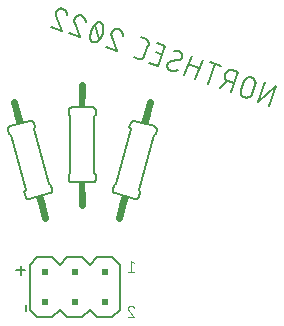
<source format=gbr>
G04 EAGLE Gerber RS-274X export*
G75*
%MOMM*%
%FSLAX34Y34*%
%LPD*%
%INSilkscreen Bottom*%
%IPPOS*%
%AMOC8*
5,1,8,0,0,1.08239X$1,22.5*%
G01*
%ADD10C,0.152400*%
%ADD11C,0.609600*%
%ADD12R,0.609600X0.863600*%
%ADD13R,0.863600X0.609600*%
%ADD14C,0.127000*%
%ADD15R,0.508000X0.508000*%
%ADD16C,0.076200*%


D10*
X367845Y267677D02*
X373926Y284384D01*
X358563Y271055D01*
X364644Y287763D01*
X355972Y285663D02*
X353269Y278238D01*
X355972Y285663D02*
X356018Y285795D01*
X356060Y285928D01*
X356099Y286062D01*
X356133Y286198D01*
X356164Y286334D01*
X356191Y286471D01*
X356214Y286609D01*
X356233Y286748D01*
X356248Y286887D01*
X356259Y287026D01*
X356266Y287166D01*
X356270Y287305D01*
X356269Y287445D01*
X356265Y287585D01*
X356256Y287724D01*
X356243Y287864D01*
X356227Y288002D01*
X356207Y288141D01*
X356182Y288278D01*
X356154Y288415D01*
X356122Y288551D01*
X356086Y288686D01*
X356047Y288821D01*
X356003Y288953D01*
X355956Y289085D01*
X355905Y289215D01*
X355851Y289344D01*
X355792Y289471D01*
X355731Y289596D01*
X355665Y289720D01*
X355597Y289842D01*
X355524Y289961D01*
X355449Y290079D01*
X355370Y290194D01*
X355288Y290308D01*
X355203Y290418D01*
X355114Y290527D01*
X355023Y290633D01*
X354929Y290736D01*
X354832Y290836D01*
X354732Y290934D01*
X354629Y291029D01*
X354524Y291120D01*
X354416Y291209D01*
X354305Y291295D01*
X354192Y291378D01*
X354077Y291457D01*
X353960Y291533D01*
X353841Y291606D01*
X353719Y291675D01*
X353596Y291741D01*
X353471Y291803D01*
X353344Y291862D01*
X353216Y291917D01*
X353086Y291969D01*
X352954Y292017D01*
X352822Y292061D01*
X352688Y292101D01*
X352553Y292137D01*
X352417Y292170D01*
X352280Y292199D01*
X352143Y292224D01*
X352005Y292245D01*
X351866Y292262D01*
X351727Y292275D01*
X351587Y292284D01*
X351447Y292290D01*
X351308Y292291D01*
X351168Y292288D01*
X351028Y292282D01*
X350889Y292271D01*
X350750Y292257D01*
X350611Y292238D01*
X350473Y292216D01*
X350336Y292190D01*
X350200Y292160D01*
X350064Y292126D01*
X349929Y292088D01*
X349796Y292046D01*
X349664Y292001D01*
X349533Y291952D01*
X349403Y291899D01*
X349275Y291843D01*
X349149Y291783D01*
X349025Y291719D01*
X348902Y291652D01*
X348781Y291582D01*
X348663Y291508D01*
X348546Y291431D01*
X348432Y291350D01*
X348320Y291267D01*
X348210Y291180D01*
X348103Y291090D01*
X347999Y290997D01*
X347897Y290902D01*
X347798Y290803D01*
X347701Y290702D01*
X347608Y290598D01*
X347518Y290491D01*
X347430Y290382D01*
X347346Y290270D01*
X347265Y290156D01*
X347188Y290040D01*
X347113Y289922D01*
X347042Y289801D01*
X346975Y289679D01*
X346910Y289555D01*
X346850Y289429D01*
X346793Y289301D01*
X346740Y289172D01*
X346690Y289041D01*
X346690Y289042D02*
X343987Y281616D01*
X343941Y281484D01*
X343899Y281351D01*
X343860Y281217D01*
X343826Y281081D01*
X343795Y280945D01*
X343768Y280808D01*
X343745Y280670D01*
X343726Y280531D01*
X343711Y280392D01*
X343700Y280253D01*
X343693Y280113D01*
X343689Y279974D01*
X343690Y279834D01*
X343694Y279694D01*
X343703Y279555D01*
X343716Y279415D01*
X343732Y279277D01*
X343752Y279138D01*
X343777Y279001D01*
X343805Y278864D01*
X343837Y278728D01*
X343873Y278593D01*
X343912Y278458D01*
X343956Y278326D01*
X344003Y278194D01*
X344054Y278064D01*
X344108Y277935D01*
X344167Y277808D01*
X344228Y277683D01*
X344294Y277559D01*
X344362Y277437D01*
X344435Y277318D01*
X344510Y277200D01*
X344589Y277085D01*
X344671Y276971D01*
X344756Y276861D01*
X344845Y276752D01*
X344936Y276646D01*
X345030Y276543D01*
X345127Y276443D01*
X345227Y276345D01*
X345330Y276250D01*
X345435Y276159D01*
X345543Y276070D01*
X345654Y275984D01*
X345767Y275901D01*
X345882Y275822D01*
X345999Y275746D01*
X346118Y275673D01*
X346240Y275604D01*
X346363Y275538D01*
X346488Y275476D01*
X346615Y275417D01*
X346743Y275362D01*
X346873Y275310D01*
X347005Y275262D01*
X347137Y275218D01*
X347271Y275178D01*
X347406Y275142D01*
X347542Y275109D01*
X347679Y275080D01*
X347816Y275055D01*
X347954Y275034D01*
X348093Y275017D01*
X348232Y275004D01*
X348372Y274995D01*
X348512Y274989D01*
X348651Y274988D01*
X348791Y274991D01*
X348931Y274997D01*
X349070Y275008D01*
X349209Y275022D01*
X349348Y275041D01*
X349486Y275063D01*
X349623Y275089D01*
X349759Y275119D01*
X349895Y275153D01*
X350030Y275191D01*
X350163Y275233D01*
X350295Y275278D01*
X350426Y275327D01*
X350556Y275380D01*
X350684Y275436D01*
X350810Y275496D01*
X350934Y275560D01*
X351057Y275627D01*
X351178Y275697D01*
X351296Y275771D01*
X351413Y275848D01*
X351527Y275929D01*
X351639Y276012D01*
X351749Y276099D01*
X351856Y276189D01*
X351960Y276282D01*
X352062Y276377D01*
X352161Y276476D01*
X352258Y276577D01*
X352351Y276681D01*
X352441Y276788D01*
X352529Y276897D01*
X352613Y277009D01*
X352694Y277123D01*
X352771Y277239D01*
X352846Y277357D01*
X352917Y277478D01*
X352984Y277600D01*
X353049Y277724D01*
X353109Y277850D01*
X353166Y277978D01*
X353219Y278107D01*
X353269Y278238D01*
X335235Y279546D02*
X341316Y296253D01*
X336675Y297943D01*
X336674Y297943D02*
X336542Y297989D01*
X336409Y298031D01*
X336275Y298070D01*
X336139Y298104D01*
X336003Y298135D01*
X335866Y298162D01*
X335728Y298185D01*
X335589Y298204D01*
X335450Y298219D01*
X335311Y298230D01*
X335171Y298237D01*
X335032Y298241D01*
X334892Y298240D01*
X334752Y298236D01*
X334613Y298227D01*
X334473Y298214D01*
X334335Y298198D01*
X334196Y298178D01*
X334059Y298153D01*
X333922Y298125D01*
X333786Y298093D01*
X333651Y298057D01*
X333516Y298018D01*
X333384Y297974D01*
X333252Y297927D01*
X333122Y297876D01*
X332993Y297822D01*
X332866Y297763D01*
X332741Y297702D01*
X332617Y297636D01*
X332495Y297568D01*
X332376Y297495D01*
X332258Y297420D01*
X332143Y297341D01*
X332029Y297259D01*
X331919Y297174D01*
X331810Y297085D01*
X331704Y296994D01*
X331601Y296900D01*
X331501Y296803D01*
X331403Y296703D01*
X331308Y296600D01*
X331217Y296495D01*
X331128Y296387D01*
X331042Y296276D01*
X330959Y296163D01*
X330880Y296048D01*
X330804Y295931D01*
X330731Y295812D01*
X330662Y295690D01*
X330596Y295567D01*
X330534Y295442D01*
X330475Y295315D01*
X330420Y295187D01*
X330368Y295057D01*
X330320Y294925D01*
X330276Y294793D01*
X330236Y294659D01*
X330200Y294524D01*
X330167Y294388D01*
X330138Y294251D01*
X330113Y294114D01*
X330092Y293976D01*
X330075Y293837D01*
X330062Y293698D01*
X330053Y293558D01*
X330047Y293418D01*
X330046Y293279D01*
X330049Y293139D01*
X330055Y292999D01*
X330066Y292860D01*
X330080Y292721D01*
X330099Y292582D01*
X330121Y292444D01*
X330147Y292307D01*
X330177Y292171D01*
X330211Y292035D01*
X330249Y291900D01*
X330291Y291767D01*
X330336Y291635D01*
X330385Y291504D01*
X330438Y291374D01*
X330494Y291246D01*
X330554Y291120D01*
X330618Y290996D01*
X330685Y290873D01*
X330755Y290752D01*
X330829Y290634D01*
X330906Y290517D01*
X330987Y290403D01*
X331070Y290291D01*
X331157Y290181D01*
X331247Y290074D01*
X331340Y289970D01*
X331435Y289868D01*
X331534Y289769D01*
X331635Y289672D01*
X331739Y289579D01*
X331846Y289489D01*
X331955Y289401D01*
X332067Y289317D01*
X332181Y289236D01*
X332297Y289159D01*
X332415Y289084D01*
X332536Y289013D01*
X332658Y288946D01*
X332782Y288881D01*
X332908Y288821D01*
X333036Y288764D01*
X333165Y288711D01*
X333296Y288661D01*
X337937Y286971D01*
X332368Y288998D02*
X325952Y282924D01*
X315983Y286553D02*
X322064Y303260D01*
X326705Y301571D02*
X317423Y304950D01*
X311490Y307109D02*
X305408Y290401D01*
X308787Y299684D02*
X299505Y303062D01*
X302207Y310488D02*
X296126Y293780D01*
X284099Y298157D02*
X283983Y298202D01*
X283868Y298249D01*
X283755Y298301D01*
X283644Y298356D01*
X283535Y298414D01*
X283427Y298476D01*
X283321Y298541D01*
X283218Y298610D01*
X283117Y298682D01*
X283018Y298757D01*
X282921Y298835D01*
X282827Y298915D01*
X282735Y298999D01*
X282646Y299086D01*
X282560Y299175D01*
X282477Y299268D01*
X282397Y299362D01*
X282320Y299459D01*
X282245Y299559D01*
X282174Y299661D01*
X282107Y299765D01*
X282042Y299871D01*
X281981Y299979D01*
X281923Y300089D01*
X281869Y300200D01*
X281818Y300314D01*
X281771Y300428D01*
X281728Y300545D01*
X281688Y300662D01*
X281652Y300781D01*
X281620Y300901D01*
X281591Y301022D01*
X281566Y301143D01*
X281546Y301266D01*
X281528Y301388D01*
X281515Y301512D01*
X281506Y301636D01*
X281501Y301760D01*
X281499Y301884D01*
X281501Y302008D01*
X281508Y302132D01*
X281518Y302256D01*
X281532Y302379D01*
X281550Y302502D01*
X281572Y302624D01*
X281597Y302745D01*
X281627Y302866D01*
X281660Y302986D01*
X281697Y303104D01*
X281737Y303221D01*
X284099Y298157D02*
X284288Y298091D01*
X284478Y298030D01*
X284669Y297973D01*
X284862Y297920D01*
X285056Y297873D01*
X285251Y297830D01*
X285447Y297791D01*
X285644Y297758D01*
X285841Y297729D01*
X286039Y297704D01*
X286238Y297685D01*
X286437Y297670D01*
X286637Y297660D01*
X286836Y297655D01*
X287036Y297654D01*
X287236Y297659D01*
X287435Y297668D01*
X287634Y297682D01*
X287833Y297700D01*
X288032Y297724D01*
X288229Y297752D01*
X288426Y297785D01*
X288622Y297822D01*
X288818Y297865D01*
X289012Y297912D01*
X289205Y297963D01*
X289396Y298019D01*
X289587Y298080D01*
X289775Y298145D01*
X289963Y298215D01*
X290148Y298289D01*
X290332Y298368D01*
X290513Y298451D01*
X293934Y309295D02*
X293974Y309412D01*
X294011Y309530D01*
X294044Y309650D01*
X294074Y309771D01*
X294099Y309892D01*
X294121Y310014D01*
X294139Y310137D01*
X294153Y310260D01*
X294163Y310384D01*
X294170Y310508D01*
X294172Y310632D01*
X294170Y310756D01*
X294165Y310880D01*
X294156Y311004D01*
X294143Y311128D01*
X294125Y311250D01*
X294105Y311373D01*
X294080Y311494D01*
X294051Y311615D01*
X294019Y311735D01*
X293983Y311854D01*
X293943Y311971D01*
X293900Y312088D01*
X293852Y312202D01*
X293802Y312316D01*
X293748Y312427D01*
X293690Y312537D01*
X293629Y312645D01*
X293564Y312751D01*
X293497Y312855D01*
X293425Y312957D01*
X293351Y313057D01*
X293274Y313154D01*
X293194Y313249D01*
X293111Y313341D01*
X293024Y313430D01*
X292936Y313517D01*
X292844Y313601D01*
X292750Y313682D01*
X292653Y313759D01*
X292554Y313834D01*
X292453Y313906D01*
X292350Y313975D01*
X292244Y314040D01*
X292136Y314102D01*
X292027Y314160D01*
X291916Y314215D01*
X291803Y314267D01*
X291688Y314314D01*
X291572Y314359D01*
X291573Y314359D02*
X291406Y314418D01*
X291238Y314472D01*
X291069Y314522D01*
X290899Y314569D01*
X290727Y314611D01*
X290555Y314649D01*
X290382Y314683D01*
X290208Y314713D01*
X290033Y314739D01*
X289858Y314761D01*
X289682Y314778D01*
X289506Y314791D01*
X289330Y314800D01*
X289153Y314805D01*
X288976Y314806D01*
X288800Y314802D01*
X288624Y314794D01*
X288447Y314782D01*
X288272Y314766D01*
X288096Y314746D01*
X287921Y314721D01*
X287747Y314692D01*
X287574Y314660D01*
X287401Y314623D01*
X287229Y314582D01*
X287059Y314536D01*
X286889Y314487D01*
X290895Y306721D02*
X291015Y306746D01*
X291134Y306773D01*
X291253Y306805D01*
X291370Y306840D01*
X291487Y306879D01*
X291602Y306921D01*
X291715Y306966D01*
X291828Y307016D01*
X291938Y307068D01*
X292047Y307124D01*
X292155Y307183D01*
X292260Y307246D01*
X292364Y307311D01*
X292465Y307380D01*
X292564Y307452D01*
X292661Y307527D01*
X292756Y307604D01*
X292848Y307685D01*
X292938Y307768D01*
X293025Y307854D01*
X293110Y307943D01*
X293192Y308034D01*
X293271Y308128D01*
X293347Y308224D01*
X293420Y308323D01*
X293490Y308423D01*
X293557Y308526D01*
X293621Y308630D01*
X293681Y308737D01*
X293739Y308845D01*
X293793Y308955D01*
X293843Y309067D01*
X293890Y309180D01*
X293934Y309294D01*
X284776Y305795D02*
X284656Y305770D01*
X284537Y305743D01*
X284418Y305711D01*
X284301Y305676D01*
X284184Y305637D01*
X284069Y305595D01*
X283956Y305550D01*
X283843Y305500D01*
X283733Y305448D01*
X283624Y305392D01*
X283516Y305333D01*
X283411Y305270D01*
X283307Y305205D01*
X283206Y305136D01*
X283107Y305064D01*
X283010Y304989D01*
X282915Y304912D01*
X282823Y304831D01*
X282733Y304748D01*
X282646Y304662D01*
X282561Y304573D01*
X282479Y304482D01*
X282400Y304388D01*
X282324Y304292D01*
X282251Y304193D01*
X282181Y304093D01*
X282114Y303990D01*
X282050Y303886D01*
X281990Y303779D01*
X281932Y303671D01*
X281878Y303561D01*
X281828Y303449D01*
X281781Y303336D01*
X281737Y303222D01*
X284776Y305795D02*
X290895Y306721D01*
X273901Y301869D02*
X266475Y304572D01*
X273901Y301869D02*
X279982Y318577D01*
X272556Y321280D01*
X271710Y313178D02*
X277279Y311151D01*
X257132Y307973D02*
X253419Y309324D01*
X257132Y307972D02*
X257249Y307932D01*
X257367Y307895D01*
X257487Y307862D01*
X257608Y307832D01*
X257729Y307807D01*
X257851Y307785D01*
X257974Y307767D01*
X258097Y307753D01*
X258221Y307743D01*
X258345Y307736D01*
X258469Y307734D01*
X258593Y307736D01*
X258717Y307741D01*
X258841Y307750D01*
X258965Y307763D01*
X259087Y307781D01*
X259210Y307801D01*
X259331Y307826D01*
X259452Y307855D01*
X259572Y307887D01*
X259691Y307923D01*
X259808Y307963D01*
X259925Y308006D01*
X260039Y308053D01*
X260153Y308104D01*
X260264Y308158D01*
X260374Y308216D01*
X260482Y308277D01*
X260588Y308342D01*
X260692Y308409D01*
X260794Y308480D01*
X260894Y308555D01*
X260991Y308632D01*
X261085Y308712D01*
X261178Y308795D01*
X261267Y308881D01*
X261354Y308970D01*
X261438Y309062D01*
X261518Y309156D01*
X261596Y309253D01*
X261671Y309352D01*
X261743Y309453D01*
X261812Y309556D01*
X261877Y309662D01*
X261939Y309770D01*
X261997Y309879D01*
X262052Y309990D01*
X262104Y310103D01*
X262151Y310218D01*
X262196Y310334D01*
X265575Y319616D01*
X265615Y319733D01*
X265652Y319851D01*
X265685Y319971D01*
X265715Y320092D01*
X265740Y320213D01*
X265762Y320335D01*
X265780Y320458D01*
X265794Y320581D01*
X265804Y320705D01*
X265811Y320829D01*
X265813Y320953D01*
X265811Y321077D01*
X265806Y321201D01*
X265797Y321325D01*
X265784Y321448D01*
X265766Y321571D01*
X265746Y321694D01*
X265721Y321815D01*
X265692Y321936D01*
X265660Y322056D01*
X265624Y322175D01*
X265584Y322292D01*
X265541Y322409D01*
X265494Y322523D01*
X265443Y322637D01*
X265389Y322748D01*
X265331Y322858D01*
X265270Y322966D01*
X265205Y323072D01*
X265138Y323176D01*
X265067Y323278D01*
X264992Y323378D01*
X264915Y323475D01*
X264835Y323569D01*
X264752Y323662D01*
X264666Y323751D01*
X264577Y323838D01*
X264485Y323922D01*
X264391Y324002D01*
X264294Y324080D01*
X264195Y324155D01*
X264094Y324227D01*
X263991Y324296D01*
X263885Y324361D01*
X263777Y324423D01*
X263668Y324481D01*
X263557Y324536D01*
X263444Y324588D01*
X263329Y324635D01*
X263213Y324680D01*
X259500Y326032D01*
X240275Y333029D02*
X240151Y333072D01*
X240025Y333112D01*
X239898Y333147D01*
X239771Y333179D01*
X239642Y333208D01*
X239512Y333232D01*
X239382Y333253D01*
X239252Y333269D01*
X239121Y333282D01*
X238989Y333291D01*
X238857Y333296D01*
X238726Y333297D01*
X238594Y333294D01*
X238462Y333287D01*
X238331Y333277D01*
X238200Y333262D01*
X238070Y333244D01*
X237940Y333222D01*
X237811Y333196D01*
X237683Y333166D01*
X237555Y333132D01*
X237429Y333095D01*
X237304Y333053D01*
X237180Y333009D01*
X237057Y332960D01*
X236936Y332908D01*
X236817Y332852D01*
X236699Y332793D01*
X236583Y332730D01*
X236469Y332664D01*
X236357Y332595D01*
X236248Y332522D01*
X236140Y332446D01*
X236035Y332367D01*
X235932Y332285D01*
X235831Y332200D01*
X235733Y332112D01*
X235638Y332021D01*
X235545Y331927D01*
X235456Y331831D01*
X235369Y331732D01*
X235285Y331630D01*
X235204Y331526D01*
X235127Y331420D01*
X235052Y331311D01*
X234981Y331200D01*
X234913Y331087D01*
X234848Y330972D01*
X234787Y330856D01*
X234730Y330737D01*
X234675Y330617D01*
X234625Y330495D01*
X234578Y330372D01*
X240275Y333030D02*
X240415Y332977D01*
X240554Y332920D01*
X240691Y332860D01*
X240826Y332796D01*
X240960Y332728D01*
X241091Y332658D01*
X241221Y332583D01*
X241349Y332506D01*
X241475Y332425D01*
X241599Y332341D01*
X241720Y332253D01*
X241839Y332162D01*
X241956Y332069D01*
X242070Y331972D01*
X242182Y331872D01*
X242291Y331770D01*
X242397Y331664D01*
X242500Y331556D01*
X242601Y331446D01*
X242698Y331332D01*
X242793Y331216D01*
X242885Y331098D01*
X242973Y330977D01*
X243058Y330854D01*
X243140Y330729D01*
X243219Y330602D01*
X243294Y330473D01*
X243366Y330341D01*
X243434Y330208D01*
X243499Y330073D01*
X243561Y329937D01*
X243619Y329799D01*
X243673Y329659D01*
X243723Y329519D01*
X243770Y329376D01*
X243813Y329233D01*
X243852Y329089D01*
X243888Y328943D01*
X243919Y328797D01*
X243947Y328650D01*
X243971Y328502D01*
X243991Y328354D01*
X244007Y328205D01*
X244019Y328056D01*
X244028Y327907D01*
X244032Y327757D01*
X244033Y327608D01*
X244029Y327458D01*
X234788Y326616D02*
X234730Y326736D01*
X234676Y326858D01*
X234625Y326982D01*
X234578Y327106D01*
X234534Y327232D01*
X234494Y327359D01*
X234457Y327487D01*
X234424Y327616D01*
X234394Y327746D01*
X234368Y327877D01*
X234346Y328009D01*
X234328Y328141D01*
X234313Y328273D01*
X234302Y328406D01*
X234294Y328539D01*
X234290Y328672D01*
X234290Y328806D01*
X234294Y328939D01*
X234302Y329072D01*
X234313Y329205D01*
X234328Y329338D01*
X234346Y329470D01*
X234368Y329601D01*
X234394Y329732D01*
X234424Y329862D01*
X234457Y329991D01*
X234494Y330119D01*
X234534Y330246D01*
X234578Y330372D01*
X234788Y326617D02*
X239299Y314463D01*
X230017Y317841D01*
X226599Y328546D02*
X226715Y328876D01*
X226823Y329209D01*
X226923Y329544D01*
X227014Y329882D01*
X227098Y330221D01*
X227174Y330563D01*
X227241Y330906D01*
X227300Y331251D01*
X227351Y331597D01*
X227394Y331944D01*
X227428Y332292D01*
X227454Y332641D01*
X227472Y332990D01*
X227481Y333340D01*
X227482Y333689D01*
X227475Y334039D01*
X227459Y334389D01*
X227435Y334738D01*
X227403Y335086D01*
X227404Y335206D01*
X227400Y335325D01*
X227393Y335444D01*
X227381Y335563D01*
X227366Y335681D01*
X227347Y335799D01*
X227324Y335916D01*
X227297Y336032D01*
X227267Y336148D01*
X227232Y336262D01*
X227194Y336375D01*
X227153Y336487D01*
X227107Y336597D01*
X227059Y336706D01*
X227006Y336813D01*
X226950Y336919D01*
X226891Y337022D01*
X226828Y337124D01*
X226763Y337223D01*
X226693Y337320D01*
X226621Y337415D01*
X226546Y337508D01*
X226468Y337598D01*
X226386Y337685D01*
X226302Y337770D01*
X226216Y337852D01*
X226126Y337931D01*
X226034Y338007D01*
X225940Y338080D01*
X225844Y338150D01*
X225745Y338217D01*
X225644Y338281D01*
X225541Y338341D01*
X225436Y338398D01*
X225329Y338451D01*
X225221Y338501D01*
X225111Y338547D01*
X224999Y338590D01*
X224886Y338629D01*
X224772Y338664D01*
X224657Y338695D01*
X224541Y338723D01*
X224424Y338747D01*
X224307Y338767D01*
X224189Y338783D01*
X224070Y338796D01*
X223951Y338804D01*
X223832Y338809D01*
X223712Y338810D01*
X223593Y338807D01*
X223474Y338800D01*
X223355Y338789D01*
X223237Y338774D01*
X223119Y338755D01*
X223002Y338733D01*
X222885Y338707D01*
X222770Y338676D01*
X222656Y338643D01*
X222542Y338605D01*
X222430Y338564D01*
X222320Y338519D01*
X222211Y338471D01*
X222103Y338419D01*
X221998Y338363D01*
X221894Y338304D01*
X221792Y338242D01*
X221692Y338176D01*
X221595Y338108D01*
X221500Y338036D01*
X221407Y337961D01*
X221316Y337883D01*
X221229Y337802D01*
X221144Y337718D01*
X221061Y337632D01*
X220982Y337543D01*
X220905Y337451D01*
X220906Y337451D02*
X220657Y337205D01*
X220415Y336953D01*
X220178Y336695D01*
X219947Y336432D01*
X219723Y336164D01*
X219506Y335890D01*
X219295Y335611D01*
X219091Y335327D01*
X218893Y335038D01*
X218703Y334745D01*
X218519Y334447D01*
X218343Y334145D01*
X218174Y333838D01*
X218012Y333528D01*
X217858Y333214D01*
X217712Y332897D01*
X217573Y332576D01*
X217441Y332252D01*
X217318Y331924D01*
X226600Y328546D02*
X226477Y328219D01*
X226345Y327895D01*
X226206Y327574D01*
X226060Y327256D01*
X225906Y326942D01*
X225744Y326632D01*
X225575Y326326D01*
X225399Y326024D01*
X225215Y325726D01*
X225025Y325432D01*
X224827Y325144D01*
X224623Y324860D01*
X224412Y324581D01*
X224194Y324307D01*
X223970Y324038D01*
X223740Y323775D01*
X223503Y323518D01*
X223261Y323266D01*
X223012Y323020D01*
X223011Y323020D02*
X222935Y322928D01*
X222856Y322839D01*
X222773Y322753D01*
X222688Y322669D01*
X222601Y322588D01*
X222510Y322510D01*
X222417Y322435D01*
X222322Y322363D01*
X222225Y322295D01*
X222125Y322229D01*
X222023Y322167D01*
X221919Y322108D01*
X221814Y322052D01*
X221706Y322000D01*
X221597Y321952D01*
X221487Y321907D01*
X221375Y321866D01*
X221261Y321828D01*
X221147Y321795D01*
X221032Y321764D01*
X220915Y321738D01*
X220798Y321716D01*
X220680Y321697D01*
X220562Y321682D01*
X220443Y321671D01*
X220324Y321664D01*
X220205Y321661D01*
X220085Y321662D01*
X219966Y321667D01*
X219847Y321675D01*
X219728Y321688D01*
X219610Y321704D01*
X219493Y321724D01*
X219376Y321748D01*
X219260Y321776D01*
X219145Y321807D01*
X219031Y321842D01*
X218918Y321881D01*
X216514Y325384D02*
X216482Y325733D01*
X216458Y326082D01*
X216442Y326431D01*
X216435Y326781D01*
X216436Y327131D01*
X216445Y327480D01*
X216463Y327830D01*
X216489Y328178D01*
X216523Y328526D01*
X216566Y328874D01*
X216617Y329220D01*
X216676Y329564D01*
X216743Y329908D01*
X216819Y330249D01*
X216903Y330589D01*
X216994Y330926D01*
X217094Y331261D01*
X217202Y331594D01*
X217318Y331924D01*
X216514Y325385D02*
X216513Y325265D01*
X216517Y325146D01*
X216524Y325027D01*
X216536Y324908D01*
X216551Y324790D01*
X216570Y324672D01*
X216593Y324555D01*
X216620Y324439D01*
X216650Y324323D01*
X216685Y324209D01*
X216723Y324096D01*
X216764Y323984D01*
X216810Y323874D01*
X216858Y323765D01*
X216911Y323658D01*
X216967Y323552D01*
X217026Y323449D01*
X217089Y323347D01*
X217154Y323248D01*
X217224Y323151D01*
X217296Y323056D01*
X217371Y322963D01*
X217449Y322873D01*
X217531Y322786D01*
X217615Y322701D01*
X217701Y322619D01*
X217791Y322540D01*
X217883Y322464D01*
X217977Y322391D01*
X218073Y322321D01*
X218172Y322254D01*
X218273Y322190D01*
X218376Y322130D01*
X218481Y322073D01*
X218588Y322020D01*
X218696Y321970D01*
X218806Y321924D01*
X218918Y321881D01*
X223982Y324243D02*
X219935Y336227D01*
X208795Y344487D02*
X208671Y344530D01*
X208545Y344570D01*
X208418Y344605D01*
X208291Y344637D01*
X208162Y344666D01*
X208032Y344690D01*
X207902Y344711D01*
X207772Y344727D01*
X207641Y344740D01*
X207509Y344749D01*
X207377Y344754D01*
X207246Y344755D01*
X207114Y344752D01*
X206982Y344745D01*
X206851Y344735D01*
X206720Y344720D01*
X206590Y344702D01*
X206460Y344680D01*
X206331Y344654D01*
X206203Y344624D01*
X206075Y344590D01*
X205949Y344553D01*
X205824Y344511D01*
X205700Y344467D01*
X205577Y344418D01*
X205456Y344366D01*
X205337Y344310D01*
X205219Y344251D01*
X205103Y344188D01*
X204989Y344122D01*
X204877Y344053D01*
X204768Y343980D01*
X204660Y343904D01*
X204555Y343825D01*
X204452Y343743D01*
X204351Y343658D01*
X204253Y343570D01*
X204158Y343479D01*
X204065Y343385D01*
X203976Y343289D01*
X203889Y343190D01*
X203805Y343088D01*
X203724Y342984D01*
X203647Y342878D01*
X203572Y342769D01*
X203501Y342658D01*
X203433Y342545D01*
X203368Y342430D01*
X203307Y342314D01*
X203250Y342195D01*
X203195Y342075D01*
X203145Y341953D01*
X203098Y341830D01*
X208795Y344488D02*
X208935Y344435D01*
X209074Y344378D01*
X209211Y344318D01*
X209346Y344254D01*
X209480Y344186D01*
X209611Y344116D01*
X209741Y344041D01*
X209869Y343964D01*
X209995Y343883D01*
X210119Y343799D01*
X210240Y343711D01*
X210359Y343620D01*
X210476Y343527D01*
X210590Y343430D01*
X210702Y343330D01*
X210811Y343228D01*
X210917Y343122D01*
X211020Y343014D01*
X211121Y342904D01*
X211218Y342790D01*
X211313Y342674D01*
X211405Y342556D01*
X211493Y342435D01*
X211578Y342312D01*
X211660Y342187D01*
X211739Y342060D01*
X211814Y341931D01*
X211886Y341799D01*
X211954Y341666D01*
X212019Y341531D01*
X212081Y341395D01*
X212139Y341257D01*
X212193Y341117D01*
X212243Y340977D01*
X212290Y340834D01*
X212333Y340691D01*
X212372Y340547D01*
X212408Y340401D01*
X212439Y340255D01*
X212467Y340108D01*
X212491Y339960D01*
X212511Y339812D01*
X212527Y339663D01*
X212539Y339514D01*
X212548Y339365D01*
X212552Y339215D01*
X212553Y339066D01*
X212549Y338916D01*
X203307Y338074D02*
X203249Y338194D01*
X203195Y338316D01*
X203144Y338440D01*
X203097Y338564D01*
X203053Y338690D01*
X203013Y338817D01*
X202976Y338945D01*
X202943Y339074D01*
X202913Y339204D01*
X202887Y339335D01*
X202865Y339467D01*
X202847Y339599D01*
X202832Y339731D01*
X202821Y339864D01*
X202813Y339997D01*
X202809Y340130D01*
X202809Y340264D01*
X202813Y340397D01*
X202821Y340530D01*
X202832Y340663D01*
X202847Y340796D01*
X202865Y340928D01*
X202887Y341059D01*
X202913Y341190D01*
X202943Y341320D01*
X202976Y341449D01*
X203013Y341577D01*
X203053Y341704D01*
X203097Y341830D01*
X203308Y338075D02*
X207819Y325921D01*
X198537Y329299D01*
X187358Y347559D02*
X187405Y347682D01*
X187455Y347804D01*
X187510Y347924D01*
X187567Y348043D01*
X187628Y348159D01*
X187693Y348274D01*
X187761Y348387D01*
X187832Y348498D01*
X187907Y348607D01*
X187984Y348713D01*
X188065Y348817D01*
X188149Y348919D01*
X188236Y349018D01*
X188325Y349114D01*
X188418Y349208D01*
X188513Y349299D01*
X188611Y349387D01*
X188712Y349472D01*
X188815Y349554D01*
X188920Y349633D01*
X189028Y349709D01*
X189137Y349782D01*
X189249Y349851D01*
X189363Y349917D01*
X189479Y349980D01*
X189597Y350039D01*
X189716Y350095D01*
X189837Y350147D01*
X189960Y350196D01*
X190084Y350240D01*
X190209Y350282D01*
X190335Y350319D01*
X190463Y350353D01*
X190591Y350383D01*
X190720Y350409D01*
X190850Y350431D01*
X190980Y350449D01*
X191111Y350464D01*
X191242Y350474D01*
X191374Y350481D01*
X191506Y350484D01*
X191637Y350483D01*
X191769Y350478D01*
X191901Y350469D01*
X192032Y350456D01*
X192162Y350440D01*
X192292Y350419D01*
X192422Y350395D01*
X192551Y350366D01*
X192678Y350334D01*
X192805Y350299D01*
X192931Y350259D01*
X193055Y350216D01*
X193055Y350217D02*
X193195Y350164D01*
X193334Y350107D01*
X193471Y350047D01*
X193606Y349983D01*
X193740Y349915D01*
X193871Y349845D01*
X194001Y349770D01*
X194129Y349693D01*
X194255Y349612D01*
X194379Y349528D01*
X194500Y349440D01*
X194619Y349349D01*
X194736Y349256D01*
X194850Y349159D01*
X194962Y349059D01*
X195071Y348957D01*
X195177Y348851D01*
X195280Y348743D01*
X195381Y348633D01*
X195478Y348519D01*
X195573Y348403D01*
X195665Y348285D01*
X195753Y348164D01*
X195838Y348041D01*
X195920Y347916D01*
X195999Y347789D01*
X196074Y347660D01*
X196146Y347528D01*
X196214Y347395D01*
X196279Y347260D01*
X196341Y347124D01*
X196399Y346986D01*
X196453Y346846D01*
X196503Y346706D01*
X196550Y346563D01*
X196593Y346420D01*
X196632Y346276D01*
X196668Y346130D01*
X196699Y345984D01*
X196727Y345837D01*
X196751Y345689D01*
X196771Y345541D01*
X196787Y345392D01*
X196799Y345243D01*
X196808Y345094D01*
X196812Y344944D01*
X196813Y344795D01*
X196809Y344645D01*
X187567Y343803D02*
X187509Y343923D01*
X187455Y344045D01*
X187404Y344169D01*
X187357Y344293D01*
X187313Y344419D01*
X187273Y344546D01*
X187236Y344674D01*
X187203Y344803D01*
X187173Y344933D01*
X187147Y345064D01*
X187125Y345196D01*
X187107Y345328D01*
X187092Y345460D01*
X187081Y345593D01*
X187073Y345726D01*
X187069Y345859D01*
X187069Y345993D01*
X187073Y346126D01*
X187081Y346259D01*
X187092Y346392D01*
X187107Y346525D01*
X187125Y346657D01*
X187147Y346788D01*
X187173Y346919D01*
X187203Y347049D01*
X187236Y347178D01*
X187273Y347306D01*
X187313Y347433D01*
X187357Y347559D01*
X187567Y343804D02*
X192079Y331650D01*
X182797Y335028D01*
D11*
X209550Y285750D02*
X209550Y275590D01*
X209550Y194310D02*
X209550Y184150D01*
D10*
X218440Y203200D02*
X218540Y203202D01*
X218639Y203208D01*
X218739Y203218D01*
X218837Y203231D01*
X218936Y203249D01*
X219033Y203270D01*
X219129Y203295D01*
X219225Y203324D01*
X219319Y203357D01*
X219412Y203393D01*
X219503Y203433D01*
X219593Y203477D01*
X219681Y203524D01*
X219767Y203574D01*
X219851Y203628D01*
X219933Y203685D01*
X220012Y203745D01*
X220090Y203809D01*
X220164Y203875D01*
X220236Y203944D01*
X220305Y204016D01*
X220371Y204090D01*
X220435Y204168D01*
X220495Y204247D01*
X220552Y204329D01*
X220606Y204413D01*
X220656Y204499D01*
X220703Y204587D01*
X220747Y204677D01*
X220787Y204768D01*
X220823Y204861D01*
X220856Y204955D01*
X220885Y205051D01*
X220910Y205147D01*
X220931Y205244D01*
X220949Y205343D01*
X220962Y205441D01*
X220972Y205541D01*
X220978Y205640D01*
X220980Y205740D01*
X200660Y203200D02*
X200560Y203202D01*
X200461Y203208D01*
X200361Y203218D01*
X200263Y203231D01*
X200164Y203249D01*
X200067Y203270D01*
X199971Y203295D01*
X199875Y203324D01*
X199781Y203357D01*
X199688Y203393D01*
X199597Y203433D01*
X199507Y203477D01*
X199419Y203524D01*
X199333Y203574D01*
X199249Y203628D01*
X199167Y203685D01*
X199088Y203745D01*
X199010Y203809D01*
X198936Y203875D01*
X198864Y203944D01*
X198795Y204016D01*
X198729Y204090D01*
X198665Y204168D01*
X198605Y204247D01*
X198548Y204329D01*
X198494Y204413D01*
X198444Y204499D01*
X198397Y204587D01*
X198353Y204677D01*
X198313Y204768D01*
X198277Y204861D01*
X198244Y204955D01*
X198215Y205051D01*
X198190Y205147D01*
X198169Y205244D01*
X198151Y205343D01*
X198138Y205441D01*
X198128Y205541D01*
X198122Y205640D01*
X198120Y205740D01*
X198120Y264160D02*
X198122Y264260D01*
X198128Y264359D01*
X198138Y264459D01*
X198151Y264557D01*
X198169Y264656D01*
X198190Y264753D01*
X198215Y264849D01*
X198244Y264945D01*
X198277Y265039D01*
X198313Y265132D01*
X198353Y265223D01*
X198397Y265313D01*
X198444Y265401D01*
X198494Y265487D01*
X198548Y265571D01*
X198605Y265653D01*
X198665Y265732D01*
X198729Y265810D01*
X198795Y265884D01*
X198864Y265956D01*
X198936Y266025D01*
X199010Y266091D01*
X199088Y266155D01*
X199167Y266215D01*
X199249Y266272D01*
X199333Y266326D01*
X199419Y266376D01*
X199507Y266423D01*
X199597Y266467D01*
X199688Y266507D01*
X199781Y266543D01*
X199875Y266576D01*
X199971Y266605D01*
X200067Y266630D01*
X200164Y266651D01*
X200263Y266669D01*
X200361Y266682D01*
X200461Y266692D01*
X200560Y266698D01*
X200660Y266700D01*
X218440Y266700D02*
X218540Y266698D01*
X218639Y266692D01*
X218739Y266682D01*
X218837Y266669D01*
X218936Y266651D01*
X219033Y266630D01*
X219129Y266605D01*
X219225Y266576D01*
X219319Y266543D01*
X219412Y266507D01*
X219503Y266467D01*
X219593Y266423D01*
X219681Y266376D01*
X219767Y266326D01*
X219851Y266272D01*
X219933Y266215D01*
X220012Y266155D01*
X220090Y266091D01*
X220164Y266025D01*
X220236Y265956D01*
X220305Y265884D01*
X220371Y265810D01*
X220435Y265732D01*
X220495Y265653D01*
X220552Y265571D01*
X220606Y265487D01*
X220656Y265401D01*
X220703Y265313D01*
X220747Y265223D01*
X220787Y265132D01*
X220823Y265039D01*
X220856Y264945D01*
X220885Y264849D01*
X220910Y264753D01*
X220931Y264656D01*
X220949Y264557D01*
X220962Y264459D01*
X220972Y264359D01*
X220978Y264260D01*
X220980Y264160D01*
X218440Y203200D02*
X200660Y203200D01*
X220980Y205740D02*
X220980Y209550D01*
X219710Y210820D01*
X198120Y209550D02*
X198120Y205740D01*
X198120Y209550D02*
X199390Y210820D01*
X219710Y259080D02*
X220980Y260350D01*
X219710Y259080D02*
X219710Y210820D01*
X199390Y259080D02*
X198120Y260350D01*
X199390Y259080D02*
X199390Y210820D01*
X220980Y260350D02*
X220980Y264160D01*
X198120Y264160D02*
X198120Y260350D01*
X200660Y266700D02*
X218440Y266700D01*
D12*
X209550Y271018D03*
X209550Y198882D03*
D11*
X264518Y261505D02*
X267148Y271319D01*
X243482Y182995D02*
X240852Y173181D01*
D10*
X254370Y189281D02*
X254466Y189257D01*
X254564Y189237D01*
X254663Y189220D01*
X254762Y189208D01*
X254861Y189199D01*
X254961Y189195D01*
X255060Y189194D01*
X255160Y189197D01*
X255259Y189205D01*
X255359Y189216D01*
X255457Y189231D01*
X255555Y189250D01*
X255652Y189272D01*
X255748Y189299D01*
X255843Y189329D01*
X255937Y189363D01*
X256030Y189400D01*
X256121Y189441D01*
X256210Y189486D01*
X256297Y189534D01*
X256382Y189586D01*
X256466Y189641D01*
X256547Y189699D01*
X256625Y189760D01*
X256702Y189824D01*
X256775Y189892D01*
X256846Y189962D01*
X256915Y190034D01*
X256980Y190110D01*
X257042Y190188D01*
X257101Y190268D01*
X257157Y190351D01*
X257210Y190435D01*
X257259Y190522D01*
X257305Y190611D01*
X257347Y190701D01*
X257386Y190793D01*
X257421Y190886D01*
X257453Y190981D01*
X257480Y191077D01*
X237196Y193883D02*
X237100Y193910D01*
X237005Y193942D01*
X236912Y193977D01*
X236820Y194016D01*
X236730Y194058D01*
X236641Y194104D01*
X236554Y194153D01*
X236470Y194206D01*
X236387Y194262D01*
X236307Y194321D01*
X236229Y194383D01*
X236153Y194448D01*
X236081Y194517D01*
X236011Y194588D01*
X235943Y194661D01*
X235879Y194738D01*
X235818Y194816D01*
X235760Y194897D01*
X235705Y194981D01*
X235653Y195066D01*
X235605Y195153D01*
X235560Y195242D01*
X235519Y195333D01*
X235482Y195426D01*
X235448Y195520D01*
X235418Y195615D01*
X235391Y195711D01*
X235369Y195808D01*
X235350Y195906D01*
X235335Y196004D01*
X235324Y196104D01*
X235316Y196203D01*
X235313Y196303D01*
X235314Y196402D01*
X235318Y196502D01*
X235327Y196601D01*
X235339Y196700D01*
X235356Y196799D01*
X235376Y196897D01*
X235400Y196993D01*
X250520Y253423D02*
X250547Y253519D01*
X250579Y253614D01*
X250614Y253707D01*
X250653Y253799D01*
X250695Y253889D01*
X250741Y253978D01*
X250790Y254065D01*
X250843Y254149D01*
X250899Y254232D01*
X250958Y254312D01*
X251020Y254390D01*
X251085Y254466D01*
X251154Y254538D01*
X251225Y254608D01*
X251298Y254676D01*
X251375Y254740D01*
X251453Y254801D01*
X251534Y254859D01*
X251618Y254914D01*
X251703Y254966D01*
X251790Y255014D01*
X251879Y255059D01*
X251970Y255100D01*
X252063Y255137D01*
X252157Y255171D01*
X252252Y255201D01*
X252348Y255228D01*
X252445Y255250D01*
X252543Y255269D01*
X252641Y255284D01*
X252741Y255295D01*
X252840Y255303D01*
X252940Y255306D01*
X253039Y255305D01*
X253139Y255301D01*
X253238Y255292D01*
X253337Y255280D01*
X253436Y255263D01*
X253534Y255243D01*
X253630Y255219D01*
X270804Y250617D02*
X270900Y250590D01*
X270995Y250558D01*
X271088Y250523D01*
X271180Y250484D01*
X271270Y250442D01*
X271359Y250396D01*
X271446Y250347D01*
X271530Y250294D01*
X271613Y250238D01*
X271693Y250179D01*
X271771Y250117D01*
X271847Y250052D01*
X271919Y249983D01*
X271989Y249912D01*
X272057Y249839D01*
X272121Y249762D01*
X272182Y249684D01*
X272240Y249603D01*
X272295Y249519D01*
X272347Y249434D01*
X272395Y249347D01*
X272440Y249258D01*
X272481Y249167D01*
X272518Y249074D01*
X272552Y248980D01*
X272582Y248885D01*
X272609Y248789D01*
X272631Y248692D01*
X272650Y248594D01*
X272665Y248496D01*
X272676Y248396D01*
X272684Y248297D01*
X272687Y248197D01*
X272686Y248098D01*
X272682Y247998D01*
X272673Y247899D01*
X272661Y247800D01*
X272644Y247701D01*
X272624Y247603D01*
X272600Y247507D01*
X254370Y189281D02*
X237195Y193883D01*
X257480Y191077D02*
X258467Y194757D01*
X257569Y196313D01*
X236385Y200674D02*
X235399Y196994D01*
X236385Y200674D02*
X237941Y201572D01*
X270059Y242928D02*
X271615Y243826D01*
X270059Y242928D02*
X257569Y196313D01*
X250432Y248187D02*
X249534Y249743D01*
X250432Y248187D02*
X237941Y201572D01*
X271615Y243826D02*
X272601Y247506D01*
X250520Y253423D02*
X249534Y249743D01*
X253630Y255219D02*
X270805Y250617D01*
D13*
G36*
X267396Y260470D02*
X265161Y252130D01*
X259274Y253708D01*
X261509Y262048D01*
X267396Y260470D01*
G37*
G36*
X248726Y190792D02*
X246491Y182452D01*
X240604Y184030D01*
X242839Y192370D01*
X248726Y190792D01*
G37*
D11*
X154582Y261505D02*
X151952Y271319D01*
X175618Y182995D02*
X178248Y173181D01*
D10*
X181904Y193883D02*
X182000Y193910D01*
X182095Y193942D01*
X182188Y193977D01*
X182280Y194016D01*
X182370Y194058D01*
X182459Y194104D01*
X182546Y194153D01*
X182630Y194206D01*
X182713Y194262D01*
X182793Y194321D01*
X182871Y194383D01*
X182947Y194448D01*
X183019Y194517D01*
X183089Y194588D01*
X183157Y194661D01*
X183221Y194738D01*
X183282Y194816D01*
X183340Y194897D01*
X183395Y194981D01*
X183447Y195066D01*
X183495Y195153D01*
X183540Y195242D01*
X183581Y195333D01*
X183618Y195426D01*
X183652Y195520D01*
X183682Y195615D01*
X183709Y195711D01*
X183731Y195808D01*
X183750Y195906D01*
X183765Y196004D01*
X183776Y196104D01*
X183784Y196203D01*
X183787Y196303D01*
X183786Y196402D01*
X183782Y196502D01*
X183773Y196601D01*
X183761Y196700D01*
X183744Y196799D01*
X183724Y196897D01*
X183700Y196993D01*
X164730Y189281D02*
X164634Y189257D01*
X164536Y189237D01*
X164437Y189220D01*
X164338Y189208D01*
X164239Y189199D01*
X164139Y189195D01*
X164040Y189194D01*
X163940Y189197D01*
X163841Y189205D01*
X163741Y189216D01*
X163643Y189231D01*
X163545Y189250D01*
X163448Y189272D01*
X163352Y189299D01*
X163257Y189329D01*
X163163Y189363D01*
X163070Y189400D01*
X162979Y189441D01*
X162890Y189486D01*
X162803Y189534D01*
X162718Y189586D01*
X162634Y189641D01*
X162553Y189699D01*
X162475Y189760D01*
X162398Y189824D01*
X162325Y189892D01*
X162254Y189962D01*
X162185Y190034D01*
X162120Y190110D01*
X162058Y190188D01*
X161999Y190268D01*
X161943Y190351D01*
X161890Y190435D01*
X161841Y190522D01*
X161795Y190611D01*
X161753Y190701D01*
X161714Y190793D01*
X161679Y190886D01*
X161647Y190981D01*
X161620Y191077D01*
X146500Y247507D02*
X146476Y247603D01*
X146456Y247701D01*
X146439Y247800D01*
X146427Y247899D01*
X146418Y247998D01*
X146414Y248098D01*
X146413Y248197D01*
X146416Y248297D01*
X146424Y248396D01*
X146435Y248496D01*
X146450Y248594D01*
X146469Y248692D01*
X146491Y248789D01*
X146518Y248885D01*
X146548Y248980D01*
X146582Y249074D01*
X146619Y249167D01*
X146660Y249258D01*
X146705Y249347D01*
X146753Y249434D01*
X146805Y249519D01*
X146860Y249603D01*
X146918Y249684D01*
X146979Y249762D01*
X147043Y249839D01*
X147111Y249912D01*
X147181Y249983D01*
X147253Y250052D01*
X147329Y250117D01*
X147407Y250179D01*
X147487Y250238D01*
X147570Y250294D01*
X147654Y250347D01*
X147741Y250396D01*
X147830Y250442D01*
X147920Y250484D01*
X148012Y250523D01*
X148105Y250558D01*
X148200Y250590D01*
X148296Y250617D01*
X165470Y255219D02*
X165566Y255243D01*
X165664Y255263D01*
X165763Y255280D01*
X165862Y255292D01*
X165961Y255301D01*
X166061Y255305D01*
X166160Y255306D01*
X166260Y255303D01*
X166359Y255295D01*
X166459Y255284D01*
X166557Y255269D01*
X166655Y255250D01*
X166752Y255228D01*
X166848Y255201D01*
X166943Y255171D01*
X167037Y255137D01*
X167130Y255100D01*
X167221Y255059D01*
X167310Y255014D01*
X167397Y254966D01*
X167482Y254914D01*
X167566Y254859D01*
X167647Y254801D01*
X167725Y254740D01*
X167802Y254676D01*
X167875Y254608D01*
X167946Y254538D01*
X168015Y254466D01*
X168080Y254390D01*
X168142Y254312D01*
X168201Y254232D01*
X168257Y254149D01*
X168310Y254065D01*
X168359Y253978D01*
X168405Y253889D01*
X168447Y253799D01*
X168486Y253707D01*
X168521Y253614D01*
X168553Y253519D01*
X168580Y253423D01*
X181905Y193883D02*
X164730Y189281D01*
X183701Y196994D02*
X182715Y200674D01*
X181159Y201572D01*
X160634Y194757D02*
X161620Y191077D01*
X160634Y194757D02*
X161532Y196313D01*
X168669Y248187D02*
X169567Y249743D01*
X168669Y248187D02*
X181159Y201572D01*
X149041Y242928D02*
X147485Y243826D01*
X149041Y242928D02*
X161532Y196313D01*
X169567Y249743D02*
X168580Y253423D01*
X146499Y247506D02*
X147485Y243826D01*
X148295Y250617D02*
X165470Y255219D01*
D13*
G36*
X157591Y262048D02*
X159826Y253708D01*
X153939Y252130D01*
X151704Y260470D01*
X157591Y262048D01*
G37*
G36*
X176261Y192370D02*
X178496Y184030D01*
X172609Y182452D01*
X170374Y190792D01*
X176261Y192370D01*
G37*
D10*
X222250Y139700D02*
X234950Y139700D01*
X222250Y139700D02*
X215900Y133350D01*
X209550Y139700D01*
X196850Y139700D01*
X190500Y133350D01*
X234950Y139700D02*
X241300Y133350D01*
X190500Y133350D02*
X184150Y139700D01*
X171450Y139700D01*
X165100Y133350D01*
X165100Y95250D01*
X215900Y95250D02*
X222250Y88900D01*
X196850Y88900D02*
X190500Y95250D01*
X196850Y88900D02*
X209550Y88900D01*
X215900Y95250D01*
X241300Y95250D02*
X241300Y133350D01*
X241300Y95250D02*
X234950Y88900D01*
X222250Y88900D01*
X171450Y88900D02*
X165100Y95250D01*
X171450Y88900D02*
X184150Y88900D01*
X190500Y95250D01*
D14*
X157480Y125095D02*
X157480Y132715D01*
X153670Y128905D02*
X161290Y128905D01*
D15*
X203200Y101600D03*
X228600Y101600D03*
X177800Y101600D03*
X228600Y127000D03*
X203200Y127000D03*
X177800Y127000D03*
D14*
X161925Y99695D02*
X161925Y94615D01*
D16*
X251008Y136779D02*
X253619Y134691D01*
X251008Y136779D02*
X251008Y127381D01*
X248398Y127381D02*
X253619Y127381D01*
X250747Y98680D02*
X250652Y98678D01*
X250558Y98672D01*
X250464Y98663D01*
X250370Y98650D01*
X250277Y98633D01*
X250185Y98612D01*
X250093Y98587D01*
X250003Y98559D01*
X249914Y98527D01*
X249826Y98492D01*
X249740Y98453D01*
X249655Y98411D01*
X249572Y98365D01*
X249491Y98316D01*
X249412Y98264D01*
X249335Y98209D01*
X249261Y98150D01*
X249189Y98089D01*
X249119Y98025D01*
X249052Y97958D01*
X248988Y97888D01*
X248927Y97816D01*
X248868Y97742D01*
X248813Y97665D01*
X248761Y97586D01*
X248712Y97505D01*
X248666Y97422D01*
X248624Y97337D01*
X248585Y97251D01*
X248550Y97163D01*
X248518Y97074D01*
X248490Y96984D01*
X248465Y96892D01*
X248444Y96800D01*
X248427Y96707D01*
X248414Y96613D01*
X248405Y96519D01*
X248399Y96425D01*
X248397Y96330D01*
X250747Y98679D02*
X250855Y98677D01*
X250964Y98671D01*
X251072Y98661D01*
X251179Y98648D01*
X251286Y98630D01*
X251393Y98609D01*
X251498Y98584D01*
X251603Y98555D01*
X251706Y98523D01*
X251808Y98486D01*
X251909Y98446D01*
X252008Y98403D01*
X252106Y98356D01*
X252202Y98305D01*
X252296Y98251D01*
X252388Y98194D01*
X252478Y98133D01*
X252566Y98069D01*
X252651Y98003D01*
X252734Y97933D01*
X252814Y97860D01*
X252892Y97784D01*
X252967Y97706D01*
X253039Y97625D01*
X253108Y97541D01*
X253174Y97455D01*
X253237Y97367D01*
X253296Y97276D01*
X253353Y97184D01*
X253406Y97089D01*
X253455Y96992D01*
X253501Y96894D01*
X253544Y96795D01*
X253583Y96693D01*
X253618Y96591D01*
X249181Y94502D02*
X249112Y94571D01*
X249046Y94642D01*
X248982Y94715D01*
X248921Y94791D01*
X248863Y94870D01*
X248809Y94950D01*
X248757Y95033D01*
X248709Y95117D01*
X248663Y95203D01*
X248622Y95291D01*
X248583Y95381D01*
X248548Y95472D01*
X248517Y95564D01*
X248489Y95657D01*
X248465Y95751D01*
X248445Y95846D01*
X248428Y95942D01*
X248415Y96039D01*
X248406Y96136D01*
X248400Y96233D01*
X248398Y96330D01*
X249181Y94502D02*
X253619Y89281D01*
X248398Y89281D01*
M02*

</source>
